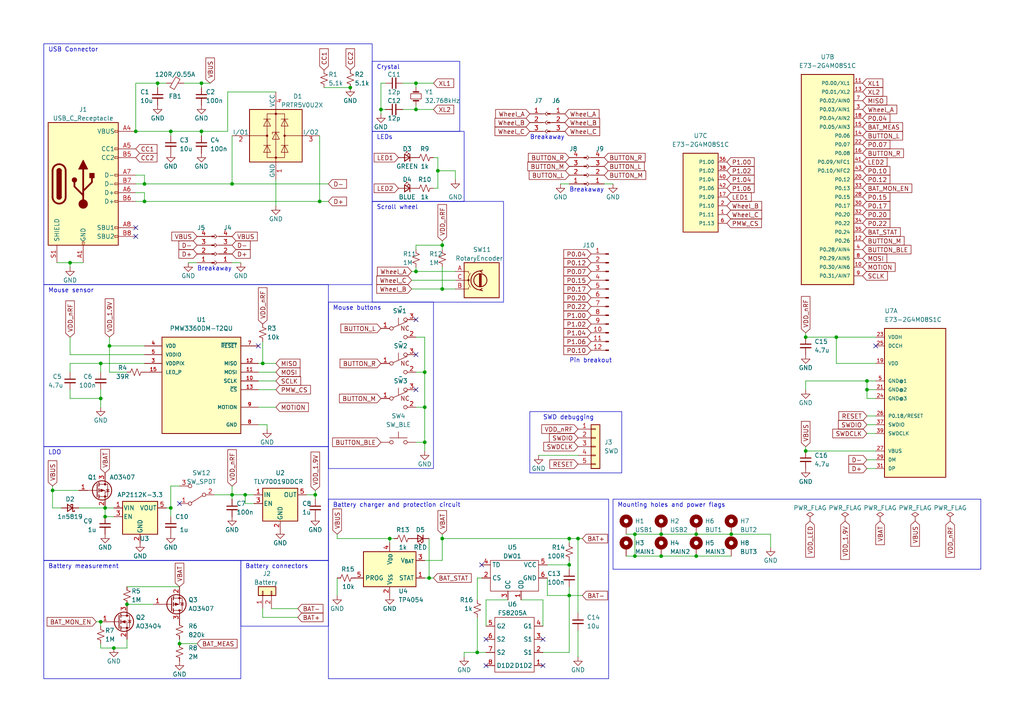
<source format=kicad_sch>
(kicad_sch (version 20230121) (generator eeschema)
  (paper "A4")
  (title_block (title "nrf52mouse") (date "2023-06-03") (rev "1.0"))
  (junction (at 41.91 58.42))
  (junction (at 20.32 76.2))
  (junction (at 30.48 149.86))
  (junction (at 29.21 105.41))
  (junction (at 110.49 31.75))
  (junction (at 191.77 161.29))
  (junction (at 58.42 24.13))
  (junction (at 33.02 187.96))
  (junction (at 184.15 154.94))
  (junction (at 128.27 156.21))
  (junction (at 15.24 142.24))
  (junction (at 92.71 58.42))
  (junction (at 201.93 154.94))
  (junction (at 29.21 115.57))
  (junction (at 67.31 143.51))
  (junction (at 30.48 147.32))
  (junction (at 123.19 128.27))
  (junction (at 184.15 161.29))
  (junction (at 101.6 25.4))
  (junction (at 39.37 38.1))
  (junction (at 251.46 113.03))
  (junction (at 165.1 156.21))
  (junction (at 167.64 156.21))
  (junction (at 138.43 189.23))
  (junction (at 36.83 175.26))
  (junction (at 49.53 38.1))
  (junction (at 123.19 118.11))
  (junction (at 113.03 156.21))
  (junction (at 127 49.53))
  (junction (at 41.91 53.34))
  (junction (at 49.53 147.32))
  (junction (at 52.07 186.69))
  (junction (at 71.12 143.51))
  (junction (at 128.27 83.82))
  (junction (at 251.46 110.49))
  (junction (at 120.65 24.13))
  (junction (at 67.31 53.34))
  (junction (at 191.77 154.94))
  (junction (at 165.1 163.83))
  (junction (at 91.44 143.51))
  (junction (at 128.27 71.12))
  (junction (at 31.75 100.33))
  (junction (at 233.68 130.81))
  (junction (at 242.57 97.79))
  (junction (at 45.72 24.13))
  (junction (at 212.09 154.94))
  (junction (at 124.46 167.64))
  (junction (at 76.2 105.41))
  (junction (at 165.1 172.72))
  (junction (at 120.65 31.75))
  (junction (at 29.21 180.34))
  (junction (at 120.65 78.74))
  (junction (at 233.68 97.79))
  (junction (at 123.19 107.95))
  (junction (at 58.42 38.1))
  (junction (at 201.93 161.29))
  (no_connect (at 74.93 100.33))
  (no_connect (at 140.97 193.04))
  (no_connect (at 120.65 113.03))
  (no_connect (at 157.48 193.04))
  (no_connect (at 120.65 92.71))
  (no_connect (at 139.7 163.83))
  (no_connect (at 157.48 185.42))
  (no_connect (at 39.37 66.04))
  (no_connect (at 254 100.33))
  (no_connect (at 52.07 146.05))
  (no_connect (at 120.65 102.87))
  (no_connect (at 39.37 68.58))
  (no_connect (at 140.97 185.42))
  (wire (pts (xy 66.04 38.1) (xy 66.04 26.67)))
  (wire (pts (xy 39.37 38.1) (xy 49.53 38.1)))
  (wire (pts (xy 67.31 143.51) (xy 67.31 144.78)))
  (wire (pts (xy 251.46 110.49) (xy 251.46 113.03)))
  (wire (pts (xy 33.02 187.96) (xy 36.83 187.96)))
  (wire (pts (xy 74.93 123.19) (xy 77.47 123.19)))
  (wire (pts (xy 201.93 154.94) (xy 212.09 154.94)))
  (wire (pts (xy 77.47 123.19) (xy 77.47 124.46)))
  (wire (pts (xy 120.65 25.4) (xy 120.65 24.13)))
  (wire (pts (xy 120.65 77.47) (xy 120.65 78.74)))
  (wire (pts (xy 120.65 97.79) (xy 123.19 97.79)))
  (wire (pts (xy 184.15 161.29) (xy 191.77 161.29)))
  (wire (pts (xy 233.68 110.49) (xy 251.46 110.49)))
  (wire (pts (xy 120.65 71.12) (xy 128.27 71.12)))
  (wire (pts (xy 242.57 97.79) (xy 254 97.79)))
  (wire (pts (xy 71.12 146.05) (xy 73.66 146.05)))
  (wire (pts (xy 29.21 187.96) (xy 29.21 186.69)))
  (wire (pts (xy 29.21 115.57) (xy 29.21 118.11)))
  (wire (pts (xy 78.74 176.53) (xy 86.36 176.53)))
  (wire (pts (xy 156.21 132.08) (xy 167.64 132.08)))
  (wire (pts (xy 52.07 186.69) (xy 52.07 185.42)))
  (wire (pts (xy 128.27 69.85) (xy 128.27 71.12)))
  (wire (pts (xy 49.53 149.86) (xy 49.53 147.32)))
  (wire (pts (xy 116.84 31.75) (xy 120.65 31.75)))
  (wire (pts (xy 92.71 58.42) (xy 92.71 39.37)))
  (wire (pts (xy 242.57 105.41) (xy 242.57 97.79)))
  (wire (pts (xy 254 130.81) (xy 233.68 130.81)))
  (wire (pts (xy 184.15 154.94) (xy 191.77 154.94)))
  (wire (pts (xy 124.46 156.21) (xy 124.46 167.64)))
  (wire (pts (xy 67.31 53.34) (xy 67.31 39.37)))
  (wire (pts (xy 73.66 143.51) (xy 71.12 143.51)))
  (wire (pts (xy 162.56 53.34) (xy 165.1 53.34)))
  (wire (pts (xy 22.86 147.32) (xy 30.48 147.32)))
  (wire (pts (xy 110.49 24.13) (xy 110.49 31.75)))
  (wire (pts (xy 39.37 24.13) (xy 45.72 24.13)))
  (wire (pts (xy 165.1 172.72) (xy 168.91 172.72)))
  (wire (pts (xy 127 54.61) (xy 125.73 54.61)))
  (wire (pts (xy 120.65 78.74) (xy 132.08 78.74)))
  (wire (pts (xy 30.48 149.86) (xy 33.02 149.86)))
  (wire (pts (xy 31.75 107.95) (xy 31.75 100.33)))
  (wire (pts (xy 49.53 39.37) (xy 49.53 38.1)))
  (wire (pts (xy 58.42 24.13) (xy 58.42 25.4)))
  (wire (pts (xy 36.83 187.96) (xy 36.83 185.42)))
  (wire (pts (xy 120.65 107.95) (xy 123.19 107.95)))
  (wire (pts (xy 58.42 38.1) (xy 58.42 39.37)))
  (wire (pts (xy 181.61 161.29) (xy 184.15 161.29)))
  (wire (pts (xy 223.52 158.75) (xy 223.52 154.94)))
  (wire (pts (xy 165.1 163.83) (xy 158.75 163.83)))
  (wire (pts (xy 80.01 105.41) (xy 76.2 105.41)))
  (wire (pts (xy 80.01 107.95) (xy 74.93 107.95)))
  (wire (pts (xy 165.1 165.1) (xy 165.1 163.83)))
  (wire (pts (xy 134.62 189.23) (xy 134.62 190.5)))
  (wire (pts (xy 110.49 31.75) (xy 111.76 31.75)))
  (wire (pts (xy 165.1 170.18) (xy 165.1 172.72)))
  (wire (pts (xy 120.65 31.75) (xy 125.73 31.75)))
  (wire (pts (xy 16.51 76.2) (xy 20.32 76.2)))
  (wire (pts (xy 254 105.41) (xy 242.57 105.41)))
  (wire (pts (xy 147.32 173.99) (xy 140.97 173.99)))
  (wire (pts (xy 120.65 128.27) (xy 123.19 128.27)))
  (wire (pts (xy 123.19 97.79) (xy 123.19 107.95)))
  (wire (pts (xy 29.21 105.41) (xy 20.32 105.41)))
  (wire (pts (xy 20.32 102.87) (xy 41.91 102.87)))
  (wire (pts (xy 30.48 147.32) (xy 30.48 149.86)))
  (wire (pts (xy 33.02 147.32) (xy 30.48 147.32)))
  (wire (pts (xy 128.27 156.21) (xy 128.27 162.56)))
  (wire (pts (xy 91.44 143.51) (xy 91.44 142.24)))
  (wire (pts (xy 251.46 125.73) (xy 254 125.73)))
  (wire (pts (xy 124.46 167.64) (xy 125.73 167.64)))
  (wire (pts (xy 39.37 50.8) (xy 41.91 50.8)))
  (wire (pts (xy 49.53 38.1) (xy 58.42 38.1)))
  (wire (pts (xy 191.77 161.29) (xy 201.93 161.29)))
  (wire (pts (xy 97.79 167.64) (xy 97.79 172.72)))
  (wire (pts (xy 20.32 113.03) (xy 20.32 115.57)))
  (wire (pts (xy 36.83 175.26) (xy 44.45 175.26)))
  (wire (pts (xy 123.19 107.95) (xy 123.19 118.11)))
  (wire (pts (xy 15.24 142.24) (xy 22.86 142.24)))
  (wire (pts (xy 69.85 76.2) (xy 67.31 76.2)))
  (wire (pts (xy 97.79 154.94) (xy 97.79 156.21)))
  (wire (pts (xy 223.52 154.94) (xy 212.09 154.94)))
  (wire (pts (xy 67.31 143.51) (xy 62.23 143.51)))
  (wire (pts (xy 67.31 140.97) (xy 67.31 143.51)))
  (wire (pts (xy 120.65 24.13) (xy 125.73 24.13)))
  (wire (pts (xy 165.1 172.72) (xy 165.1 189.23)))
  (wire (pts (xy 71.12 143.51) (xy 71.12 146.05)))
  (wire (pts (xy 76.2 176.53) (xy 76.2 179.07)))
  (wire (pts (xy 184.15 154.94) (xy 184.15 161.29)))
  (wire (pts (xy 138.43 167.64) (xy 138.43 173.99)))
  (wire (pts (xy 33.02 187.96) (xy 29.21 187.96)))
  (wire (pts (xy 123.19 130.81) (xy 123.19 128.27)))
  (wire (pts (xy 128.27 156.21) (xy 165.1 156.21)))
  (wire (pts (xy 31.75 100.33) (xy 41.91 100.33)))
  (wire (pts (xy 119.38 83.82) (xy 128.27 83.82)))
  (wire (pts (xy 29.21 105.41) (xy 41.91 105.41)))
  (wire (pts (xy 110.49 31.75) (xy 110.49 33.02)))
  (wire (pts (xy 123.19 118.11) (xy 120.65 118.11)))
  (wire (pts (xy 113.03 156.21) (xy 113.03 157.48)))
  (wire (pts (xy 119.38 81.28) (xy 132.08 81.28)))
  (wire (pts (xy 177.8 53.34) (xy 175.26 53.34)))
  (wire (pts (xy 119.38 78.74) (xy 120.65 78.74)))
  (wire (pts (xy 165.1 162.56) (xy 165.1 163.83)))
  (wire (pts (xy 36.83 170.18) (xy 52.07 170.18)))
  (wire (pts (xy 45.72 24.13) (xy 48.26 24.13)))
  (wire (pts (xy 58.42 38.1) (xy 66.04 38.1)))
  (wire (pts (xy 20.32 105.41) (xy 20.32 107.95)))
  (wire (pts (xy 158.75 172.72) (xy 165.1 172.72)))
  (wire (pts (xy 201.93 161.29) (xy 212.09 161.29)))
  (wire (pts (xy 49.53 140.97) (xy 49.53 147.32)))
  (wire (pts (xy 138.43 189.23) (xy 140.97 189.23)))
  (wire (pts (xy 251.46 123.19) (xy 254 123.19)))
  (wire (pts (xy 165.1 156.21) (xy 167.64 156.21)))
  (wire (pts (xy 29.21 113.03) (xy 29.21 115.57)))
  (wire (pts (xy 97.79 156.21) (xy 113.03 156.21)))
  (wire (pts (xy 76.2 179.07) (xy 86.36 179.07)))
  (wire (pts (xy 15.24 140.97) (xy 15.24 142.24)))
  (wire (pts (xy 29.21 105.41) (xy 29.21 107.95)))
  (wire (pts (xy 67.31 53.34) (xy 95.25 53.34)))
  (wire (pts (xy 20.32 97.79) (xy 20.32 102.87)))
  (wire (pts (xy 251.46 135.89) (xy 254 135.89)))
  (wire (pts (xy 39.37 58.42) (xy 41.91 58.42)))
  (wire (pts (xy 41.91 53.34) (xy 67.31 53.34)))
  (wire (pts (xy 31.75 97.79) (xy 31.75 100.33)))
  (wire (pts (xy 49.53 140.97) (xy 52.07 140.97)))
  (wire (pts (xy 138.43 179.07) (xy 138.43 189.23)))
  (wire (pts (xy 123.19 128.27) (xy 123.19 118.11)))
  (wire (pts (xy 128.27 77.47) (xy 128.27 83.82)))
  (wire (pts (xy 167.64 182.88) (xy 167.64 190.5)))
  (wire (pts (xy 251.46 120.65) (xy 254 120.65)))
  (wire (pts (xy 93.98 25.4) (xy 101.6 25.4)))
  (wire (pts (xy 251.46 113.03) (xy 251.46 115.57)))
  (wire (pts (xy 128.27 154.94) (xy 128.27 156.21)))
  (wire (pts (xy 158.75 167.64) (xy 158.75 172.72)))
  (wire (pts (xy 111.76 24.13) (xy 110.49 24.13)))
  (wire (pts (xy 127 49.53) (xy 127 54.61)))
  (wire (pts (xy 138.43 167.64) (xy 139.7 167.64)))
  (wire (pts (xy 41.91 55.88) (xy 41.91 58.42)))
  (wire (pts (xy 251.46 115.57) (xy 254 115.57)))
  (wire (pts (xy 54.61 76.2) (xy 57.15 76.2)))
  (wire (pts (xy 233.68 129.54) (xy 233.68 130.81)))
  (wire (pts (xy 167.64 156.21) (xy 167.64 177.8)))
  (wire (pts (xy 254 110.49) (xy 251.46 110.49)))
  (wire (pts (xy 49.53 147.32) (xy 48.26 147.32)))
  (wire (pts (xy 128.27 71.12) (xy 128.27 72.39)))
  (wire (pts (xy 92.71 58.42) (xy 95.25 58.42)))
  (wire (pts (xy 80.01 52.07) (xy 80.01 59.69)))
  (wire (pts (xy 67.31 143.51) (xy 71.12 143.51)))
  (wire (pts (xy 57.15 186.69) (xy 52.07 186.69)))
  (wire (pts (xy 41.91 50.8) (xy 41.91 53.34)))
  (wire (pts (xy 20.32 115.57) (xy 29.21 115.57)))
  (wire (pts (xy 251.46 133.35) (xy 254 133.35)))
  (wire (pts (xy 39.37 55.88) (xy 41.91 55.88)))
  (wire (pts (xy 20.32 76.2) (xy 24.13 76.2)))
  (wire (pts (xy 39.37 24.13) (xy 39.37 38.1)))
  (wire (pts (xy 167.64 156.21) (xy 168.91 156.21)))
  (wire (pts (xy 140.97 173.99) (xy 140.97 181.61)))
  (wire (pts (xy 127 49.53) (xy 132.08 49.53)))
  (wire (pts (xy 91.44 143.51) (xy 91.44 144.78)))
  (wire (pts (xy 88.9 143.51) (xy 91.44 143.51)))
  (wire (pts (xy 127 45.72) (xy 127 49.53)))
  (wire (pts (xy 138.43 189.23) (xy 134.62 189.23)))
  (wire (pts (xy 132.08 49.53) (xy 132.08 52.07)))
  (wire (pts (xy 29.21 180.34) (xy 27.94 180.34)))
  (wire (pts (xy 45.72 24.13) (xy 45.72 25.4)))
  (wire (pts (xy 113.03 156.21) (xy 114.3 156.21)))
  (wire (pts (xy 124.46 167.64) (xy 123.19 167.64)))
  (wire (pts (xy 181.61 154.94) (xy 184.15 154.94)))
  (wire (pts (xy 242.57 97.79) (xy 233.68 97.79)))
  (wire (pts (xy 76.2 99.06) (xy 76.2 105.41)))
  (wire (pts (xy 233.68 96.52) (xy 233.68 97.79)))
  (wire (pts (xy 36.83 107.95) (xy 31.75 107.95)))
  (wire (pts (xy 165.1 189.23) (xy 157.48 189.23)))
  (wire (pts (xy 151.13 173.99) (xy 157.48 173.99)))
  (wire (pts (xy 191.77 154.94) (xy 201.93 154.94)))
  (wire (pts (xy 125.73 45.72) (xy 127 45.72)))
  (wire (pts (xy 80.01 118.11) (xy 74.93 118.11)))
  (wire (pts (xy 29.21 180.34) (xy 29.21 181.61)))
  (wire (pts (xy 233.68 110.49) (xy 233.68 113.03)))
  (wire (pts (xy 128.27 83.82) (xy 132.08 83.82)))
  (wire (pts (xy 120.65 30.48) (xy 120.65 31.75)))
  (wire (pts (xy 53.34 24.13) (xy 58.42 24.13)))
  (wire (pts (xy 157.48 173.99) (xy 157.48 181.61)))
  (wire (pts (xy 58.42 24.13) (xy 60.96 24.13)))
  (wire (pts (xy 15.24 147.32) (xy 17.78 147.32)))
  (wire (pts (xy 80.01 110.49) (xy 74.93 110.49)))
  (wire (pts (xy 20.32 76.2) (xy 20.32 77.47)))
  (wire (pts (xy 116.84 24.13) (xy 120.65 24.13)))
  (wire (pts (xy 251.46 113.03) (xy 254 113.03)))
  (wire (pts (xy 165.1 157.48) (xy 165.1 156.21)))
  (wire (pts (xy 120.65 72.39) (xy 120.65 71.12)))
  (wire (pts (xy 41.91 58.42) (xy 92.71 58.42)))
  (wire (pts (xy 76.2 105.41) (xy 74.93 105.41)))
  (wire (pts (xy 15.24 142.24) (xy 15.24 147.32)))
  (wire (pts (xy 66.04 26.67) (xy 80.01 26.67)))
  (wire (pts (xy 123.19 162.56) (xy 128.27 162.56)))
  (wire (pts (xy 39.37 53.34) (xy 41.91 53.34)))
  (wire (pts (xy 80.01 113.03) (xy 74.93 113.03)))
  (rectangle (start 95.25 144.78) (end 176.53 196.85))
  (rectangle (start 107.95 38.1) (end 134.62 58.42))
  (rectangle (start 12.7 162.56) (end 69.85 196.85))
  (rectangle (start 12.7 12.7) (end 107.95 82.55))
  (rectangle (start 95.25 87.63) (end 125.73 135.89))
  (rectangle (start 12.7 129.54) (end 95.25 162.56))
  (rectangle (start 12.7 82.55) (end 95.25 129.54))
  (rectangle (start 107.95 58.42) (end 146.05 87.63))
  (rectangle (start 107.95 17.78) (end 133.35 38.1))
  (rectangle (start 69.85 162.56) (end 95.25 181.61))
  (rectangle (start 177.8 144.78) (end 284.48 165.1))
  (rectangle (start 153.67 119.38) (end 180.34 137.16))
  (text "LDO\n" (at 13.97 132.08 0) (effects (font (size 1.27 1.27)) (justify left bottom)))
  (text "Crystal\n" (at 109.22 20.32 0) (effects (font (size 1.27 1.27)) (justify left bottom)))
  (text "USB Connector" (at 13.97 15.24 0) (effects (font (size 1.27 1.27)) (justify left bottom)))
  (text "LEDs\n" (at 109.22 40.64 0) (effects (font (size 1.27 1.27)) (justify left bottom)))
  (text "Battery connectors\n" (at 71.12 165.1 0) (effects (font (size 1.27 1.27)) (justify left bottom)))
  (text "Mouse sensor" (at 13.97 85.09 0) (effects (font (size 1.27 1.27)) (justify left bottom)))
  (text "Breakaway" (at 153.67 40.64 0) (effects (font (size 1.27 1.27)) (justify left bottom)))
  (text "Mounting holes and power flags\n" (at 179.07 147.32 0) (effects (font (size 1.27 1.27)) (justify left bottom)))
  (text "Breakaway" (at 57.15 78.74 0) (effects (font (size 1.27 1.27)) (justify left bottom)))
  (text "Pin breakout\n" (at 165.1 105.41 0) (effects (font (size 1.27 1.27)) (justify left bottom)))
  (text "SWD debugging" (at 157.48 121.92 0) (effects (font (size 1.27 1.27)) (justify left bottom)))
  (text "Battery charger and protection circuit" (at 96.52 147.32 0) (effects (font (size 1.27 1.27)) (justify left bottom)))
  (text "Scroll wheel" (at 109.22 60.96 0) (effects (font (size 1.27 1.27)) (justify left bottom)))
  (text "Battery measurement" (at 13.97 165.1 0) (effects (font (size 1.27 1.27)) (justify left bottom)))
  (text "Mouse buttons" (at 96.52 90.17 0) (effects (font (size 1.27 1.27)) (justify left bottom)))
  (text "Breakaway" (at 165.1 55.88 0) (effects (font (size 1.27 1.27)) (justify left bottom)))
  (global_label "VBAT" (shape input) (at 52.07 170.18 90) (property "Intersheetrefs" "${INTERSHEET_REFS}" (effects hide)))
  (global_label "P1.00" (shape input) (at 171.45 91.44 180) (property "Intersheetrefs" "${INTERSHEET_REFS}" (effects hide)))
  (global_label "PMW_CS" (shape input) (at 210.82 64.77 0) (property "Intersheetrefs" "${INTERSHEET_REFS}" (effects hide)))
  (global_label "BUTTON_R" (shape input) (at 175.26 45.72 0) (property "Intersheetrefs" "${INTERSHEET_REFS}" (effects hide)))
  (global_label "BUTTON_L" (shape input) (at 250.19 39.37 0) (property "Intersheetrefs" "${INTERSHEET_REFS}" (effects hide)))
  (global_label "SWDCLK" (shape input) (at 167.64 129.54 180) (property "Intersheetrefs" "${INTERSHEET_REFS}" (effects hide)))
  (global_label "VBAT" (shape input) (at 128.27 154.94 90) (property "Intersheetrefs" "${INTERSHEET_REFS}" (effects hide)))
  (global_label "LED1" (shape input) (at 115.57 45.72 180) (property "Intersheetrefs" "${INTERSHEET_REFS}" (effects hide)))
  (global_label "BUTTON_BLE" (shape input) (at 110.49 128.27 180) (property "Intersheetrefs" "${INTERSHEET_REFS}" (effects hide)))
  (global_label "Wheel_C" (shape input) (at 163.83 38.1 0) (property "Intersheetrefs" "${INTERSHEET_REFS}" (effects hide)))
  (global_label "BAT_STAT" (shape input) (at 125.73 167.64 0) (property "Intersheetrefs" "${INTERSHEET_REFS}" (effects hide)))
  (global_label "CC2" (shape input) (at 39.37 45.72 0) (property "Intersheetrefs" "${INTERSHEET_REFS}" (effects hide)))
  (global_label "RESET" (shape input) (at 167.64 134.62 180) (property "Intersheetrefs" "${INTERSHEET_REFS}" (effects hide)))
  (global_label "XL2" (shape input) (at 250.19 26.67 0) (property "Intersheetrefs" "${INTERSHEET_REFS}" (effects hide)))
  (global_label "Wheel_C" (shape input) (at 153.67 38.1 180) (property "Intersheetrefs" "${INTERSHEET_REFS}" (effects hide)))
  (global_label "VDD_nRF" (shape input) (at 67.31 140.97 90) (property "Intersheetrefs" "${INTERSHEET_REFS}" (effects hide)))
  (global_label "Wheel_B" (shape input) (at 119.38 83.82 180) (property "Intersheetrefs" "${INTERSHEET_REFS}" (effects hide)))
  (global_label "P1.04" (shape input) (at 171.45 96.52 180) (property "Intersheetrefs" "${INTERSHEET_REFS}" (effects hide)))
  (global_label "BUTTON_L" (shape input) (at 110.49 95.25 180) (property "Intersheetrefs" "${INTERSHEET_REFS}" (effects hide)))
  (global_label "SWDIO" (shape input) (at 167.64 127 180) (property "Intersheetrefs" "${INTERSHEET_REFS}" (effects hide)))
  (global_label "Wheel_B" (shape input) (at 153.67 35.56 180) (property "Intersheetrefs" "${INTERSHEET_REFS}" (effects hide)))
  (global_label "P1.06" (shape input) (at 171.45 99.06 180) (property "Intersheetrefs" "${INTERSHEET_REFS}" (effects hide)))
  (global_label "Wheel_B" (shape input) (at 163.83 35.56 0) (property "Intersheetrefs" "${INTERSHEET_REFS}" (effects hide)))
  (global_label "XL1" (shape input) (at 250.19 24.13 0) (property "Intersheetrefs" "${INTERSHEET_REFS}" (effects hide)))
  (global_label "CC1" (shape input) (at 93.98 20.32 90) (property "Intersheetrefs" "${INTERSHEET_REFS}" (effects hide)))
  (global_label "P0.15" (shape input) (at 171.45 81.28 180) (property "Intersheetrefs" "${INTERSHEET_REFS}" (effects hide)))
  (global_label "BUTTON_R" (shape input) (at 110.49 105.41 180) (property "Intersheetrefs" "${INTERSHEET_REFS}" (effects hide)))
  (global_label "BUTTON_R" (shape input) (at 250.19 44.45 0) (property "Intersheetrefs" "${INTERSHEET_REFS}" (effects hide)))
  (global_label "BAT+" (shape input) (at 168.91 156.21 0) (property "Intersheetrefs" "${INTERSHEET_REFS}" (effects hide)))
  (global_label "P0.22" (shape input) (at 171.45 88.9 180) (property "Intersheetrefs" "${INTERSHEET_REFS}" (effects hide)))
  (global_label "VDD_1.9V" (shape input) (at 91.44 142.24 90) (property "Intersheetrefs" "${INTERSHEET_REFS}" (effects hide)))
  (global_label "BUTTON_L" (shape input) (at 175.26 48.26 0) (property "Intersheetrefs" "${INTERSHEET_REFS}" (effects hide)))
  (global_label "D-" (shape input) (at 57.15 71.12 180) (property "Intersheetrefs" "${INTERSHEET_REFS}" (effects hide)))
  (global_label "VDD_nRF" (shape input) (at 128.27 69.85 90) (property "Intersheetrefs" "${INTERSHEET_REFS}" (effects hide)))
  (global_label "BAT_MON_EN" (shape input) (at 27.94 180.34 180) (property "Intersheetrefs" "${INTERSHEET_REFS}" (effects hide)))
  (global_label "MISO" (shape input) (at 250.19 29.21 0) (property "Intersheetrefs" "${INTERSHEET_REFS}" (effects hide)))
  (global_label "VDD_nRF" (shape input) (at 233.68 96.52 90) (property "Intersheetrefs" "${INTERSHEET_REFS}" (effects hide)))
  (global_label "MOSI" (shape input) (at 250.19 74.93 0) (property "Intersheetrefs" "${INTERSHEET_REFS}" (effects hide)))
  (global_label "XL1" (shape input) (at 125.73 24.13 0) (property "Intersheetrefs" "${INTERSHEET_REFS}" (effects hide)))
  (global_label "MOTION" (shape input) (at 80.01 118.11 0) (property "Intersheetrefs" "${INTERSHEET_REFS}" (effects hide)))
  (global_label "P0.20" (shape input) (at 250.19 62.23 0) (property "Intersheetrefs" "${INTERSHEET_REFS}" (effects hide)))
  (global_label "VDD_nRF" (shape input) (at 275.59 151.13 270) (property "Intersheetrefs" "${INTERSHEET_REFS}" (effects hide)))
  (global_label "BAT-" (shape input) (at 86.36 176.53 0) (property "Intersheetrefs" "${INTERSHEET_REFS}" (effects hide)))
  (global_label "P1.04" (shape input) (at 210.82 52.07 0) (property "Intersheetrefs" "${INTERSHEET_REFS}" (effects hide)))
  (global_label "Wheel_A" (shape input) (at 119.38 78.74 180) (property "Intersheetrefs" "${INTERSHEET_REFS}" (effects hide)))
  (global_label "P0.04" (shape input) (at 250.19 34.29 0) (property "Intersheetrefs" "${INTERSHEET_REFS}" (effects hide)))
  (global_label "SWDIO" (shape input) (at 251.46 123.19 180) (property "Intersheetrefs" "${INTERSHEET_REFS}" (effects hide)))
  (global_label "VDD_nRF" (shape input) (at 76.2 93.98 90) (property "Intersheetrefs" "${INTERSHEET_REFS}" (effects hide)))
  (global_label "BAT+" (shape input) (at 86.36 179.07 0) (property "Intersheetrefs" "${INTERSHEET_REFS}" (effects hide)))
  (global_label "MISO" (shape input) (at 80.01 105.41 0) (property "Intersheetrefs" "${INTERSHEET_REFS}" (effects hide)))
  (global_label "Wheel_A" (shape input) (at 163.83 33.02 0) (property "Intersheetrefs" "${INTERSHEET_REFS}" (effects hide)))
  (global_label "BAT_MON_EN" (shape input) (at 250.19 54.61 0) (property "Intersheetrefs" "${INTERSHEET_REFS}" (effects hide)))
  (global_label "P0.17" (shape input) (at 171.45 83.82 180) (property "Intersheetrefs" "${INTERSHEET_REFS}" (effects hide)))
  (global_label "P1.06" (shape input) (at 210.82 54.61 0) (property "Intersheetrefs" "${INTERSHEET_REFS}" (effects hide)))
  (global_label "LED2" (shape input) (at 115.57 54.61 180) (property "Intersheetrefs" "${INTERSHEET_REFS}" (effects hide)))
  (global_label "VBAT" (shape input) (at 255.27 151.13 270) (property "Intersheetrefs" "${INTERSHEET_REFS}" (effects hide)))
  (global_label "BUTTON_M" (shape input) (at 165.1 48.26 180) (property "Intersheetrefs" "${INTERSHEET_REFS}" (effects hide)))
  (global_label "BAT_STAT" (shape input) (at 250.19 67.31 0) (property "Intersheetrefs" "${INTERSHEET_REFS}" (effects hide)))
  (global_label "VDD_1.9V" (shape input) (at 31.75 97.79 90) (property "Intersheetrefs" "${INTERSHEET_REFS}" (effects hide)))
  (global_label "Wheel_C" (shape input) (at 119.38 81.28 180) (property "Intersheetrefs" "${INTERSHEET_REFS}" (effects hide)))
  (global_label "P0.17" (shape input) (at 250.19 59.69 0) (property "Intersheetrefs" "${INTERSHEET_REFS}" (effects hide)))
  (global_label "P1.02" (shape input) (at 171.45 93.98 180) (property "Intersheetrefs" "${INTERSHEET_REFS}" (effects hide)))
  (global_label "BUTTON_BLE" (shape input) (at 250.19 72.39 0) (property "Intersheetrefs" "${INTERSHEET_REFS}" (effects hide)))
  (global_label "LED1" (shape input) (at 210.82 57.15 0) (property "Intersheetrefs" "${INTERSHEET_REFS}" (effects hide)))
  (global_label "VBUS" (shape input) (at 265.43 151.13 270) (property "Intersheetrefs" "${INTERSHEET_REFS}" (effects hide)))
  (global_label "P1.02" (shape input) (at 210.82 49.53 0) (property "Intersheetrefs" "${INTERSHEET_REFS}" (effects hide)))
  (global_label "SCLK" (shape input) (at 250.19 80.01 0) (property "Intersheetrefs" "${INTERSHEET_REFS}" (effects hide)))
  (global_label "P0.12" (shape input) (at 171.45 76.2 180) (property "Intersheetrefs" "${INTERSHEET_REFS}" (effects hide)))
  (global_label "PMW_CS" (shape input) (at 80.01 113.03 0) (property "Intersheetrefs" "${INTERSHEET_REFS}" (effects hide)))
  (global_label "P0.07" (shape input) (at 171.45 78.74 180) (property "Intersheetrefs" "${INTERSHEET_REFS}" (effects hide)))
  (global_label "BUTTON_M" (shape input) (at 110.49 115.57 180) (property "Intersheetrefs" "${INTERSHEET_REFS}" (effects hide)))
  (global_label "D+" (shape input) (at 67.31 73.66 0) (property "Intersheetrefs" "${INTERSHEET_REFS}" (effects hide)))
  (global_label "BAT-" (shape input) (at 168.91 172.72 0) (property "Intersheetrefs" "${INTERSHEET_REFS}" (effects hide)))
  (global_label "P0.12" (shape input) (at 250.19 52.07 0) (property "Intersheetrefs" "${INTERSHEET_REFS}" (effects hide)))
  (global_label "VDD_nRF" (shape input) (at 167.64 124.46 180) (property "Intersheetrefs" "${INTERSHEET_REFS}" (effects hide)))
  (global_label "P0.10" (shape input) (at 171.45 101.6 180) (property "Intersheetrefs" "${INTERSHEET_REFS}" (effects hide)))
  (global_label "BAT_MEAS" (shape input) (at 250.19 36.83 0) (property "Intersheetrefs" "${INTERSHEET_REFS}" (effects hide)))
  (global_label "BUTTON_R" (shape input) (at 165.1 45.72 180) (property "Intersheetrefs" "${INTERSHEET_REFS}" (effects hide)))
  (global_label "D-" (shape input) (at 251.46 133.35 180) (property "Intersheetrefs" "${INTERSHEET_REFS}" (effects hide)))
  (global_label "D+" (shape input) (at 95.25 58.42 0) (property "Intersheetrefs" "${INTERSHEET_REFS}" (effects hide)))
  (global_label "XL2" (shape input) (at 125.73 31.75 0) (property "Intersheetrefs" "${INTERSHEET_REFS}" (effects hide)))
  (global_label "P0.04" (shape input) (at 171.45 73.66 180) (property "Intersheetrefs" "${INTERSHEET_REFS}" (effects hide)))
  (global_label "D-" (shape input) (at 67.31 71.12 0) (property "Intersheetrefs" "${INTERSHEET_REFS}" (effects hide)))
  (global_label "VBUS" (shape input) (at 233.68 129.54 90) (property "Intersheetrefs" "${INTERSHEET_REFS}" (effects hide)))
  (global_label "VBUS" (shape input) (at 57.15 68.58 180) (property "Intersheetrefs" "${INTERSHEET_REFS}" (effects hide)))
  (global_label "VBUS" (shape input) (at 60.96 24.13 90) (property "Intersheetrefs" "${INTERSHEET_REFS}" (effects hide)))
  (global_label "D+" (shape input) (at 251.46 135.89 180) (property "Intersheetrefs" "${INTERSHEET_REFS}" (effects hide)))
  (global_label "CC2" (shape input) (at 101.6 20.32 90) (property "Intersheetrefs" "${INTERSHEET_REFS}" (effects hide)))
  (global_label "D+" (shape input) (at 57.15 73.66 180) (property "Intersheetrefs" "${INTERSHEET_REFS}" (effects hide)))
  (global_label "P0.10" (shape input) (at 250.19 49.53 0) (property "Intersheetrefs" "${INTERSHEET_REFS}" (effects hide)))
  (global_label "SCLK" (shape input) (at 80.01 110.49 0) (property "Intersheetrefs" "${INTERSHEET_REFS}" (effects hide)))
  (global_label "P0.15" (shape input) (at 250.19 57.15 0) (property "Intersheetrefs" "${INTERSHEET_REFS}" (effects hide)))
  (global_label "BUTTON_M" (shape input) (at 175.26 50.8 0) (property "Intersheetrefs" "${INTERSHEET_REFS}" (effects hide)))
  (global_label "CC1" (shape input) (at 39.37 43.18 0) (property "Intersheetrefs" "${INTERSHEET_REFS}" (effects hide)))
  (global_label "Wheel_A" (shape input) (at 250.19 31.75 0) (property "Intersheetrefs" "${INTERSHEET_REFS}" (effects hide)))
  (global_label "VDD_LED" (shape input) (at 234.95 151.13 270) (property "Intersheetrefs" "${INTERSHEET_REFS}" (effects hide)))
  (global_label "VBAT" (shape input) (at 30.48 137.16 90) (property "Intersheetrefs" "${INTERSHEET_REFS}" (effects hide)))
  (global_label "MOSI" (shape input) (at 80.01 107.95 0) (property "Intersheetrefs" "${INTERSHEET_REFS}" (effects hide)))
  (global_label "BUTTON_M" (shape input) (at 250.19 69.85 0) (property "Intersheetrefs" "${INTERSHEET_REFS}" (effects hide)))
  (global_label "D-" (shape input) (at 95.25 53.34 0) (property "Intersheetrefs" "${INTERSHEET_REFS}" (effects hide)))
  (global_label "P0.20" (shape input) (at 171.45 86.36 180) (property "Intersheetrefs" "${INTERSHEET_REFS}" (effects hide)))
  (global_label "P0.22" (shape input) (at 250.19 64.77 0) (property "Intersheetrefs" "${INTERSHEET_REFS}" (effects hide)))
  (global_label "Wheel_C" (shape input) (at 210.82 62.23 0) (property "Intersheetrefs" "${INTERSHEET_REFS}" (effects hide)))
  (global_label "BAT_MEAS" (shape input) (at 57.15 186.69 0) (property "Intersheetrefs" "${INTERSHEET_REFS}" (effects hide)))
  (global_label "VBUS" (shape input) (at 67.31 68.58 0) (property "Intersheetrefs" "${INTERSHEET_REFS}" (effects hide)))
  (global_label "VDD_nRF" (shape input) (at 20.32 97.79 90) (property "Intersheetrefs" "${INTERSHEET_REFS}" (effects hide)))
  (global_label "Wheel_A" (shape input) (at 153.67 33.02 180) (property "Intersheetrefs" "${INTERSHEET_REFS}" (effects hide)))
  (global_label "P0.07" (shape input) (at 250.19 41.91 0) (property "Intersheetrefs" "${INTERSHEET_REFS}" (effects hide)))
  (global_label "SWDCLK" (shape input) (at 251.46 125.73 180) (property "Intersheetrefs" "${INTERSHEET_REFS}" (effects hide)))
  (global_label "VBUS" (shape input) (at 97.79 154.94 90) (property "Intersheetrefs" "${INTERSHEET_REFS}" (effects hide)))
  (global_label "RESET" (shape input) (at 251.46 120.65 180) (property "Intersheetrefs" "${INTERSHEET_REFS}" (effects hide)))
  (global_label "LED2" (shape input) (at 250.19 46.99 0) (property "Intersheetrefs" "${INTERSHEET_REFS}" (effects hide)))
  (global_label "Wheel_B" (shape input) (at 210.82 59.69 0) (property "Intersheetrefs" "${INTERSHEET_REFS}" (effects hide)))
  (global_label "VBUS" (shape input) (at 15.24 140.97 90) (property "Intersheetrefs" "${INTERSHEET_REFS}" (effects hide)))
  (global_label "MOTION" (shape input) (at 250.19 77.47 0) (property "Intersheetrefs" "${INTERSHEET_REFS}" (effects hide)))
  (global_label "P1.00" (shape input) (at 210.82 46.99 0) (property "Intersheetrefs" "${INTERSHEET_REFS}" (effects hide)))
  (global_label "VDD_1.9V" (shape input) (at 245.11 151.13 270) (property "Intersheetrefs" "${INTERSHEET_REFS}" (effects hide)))
  (global_label "BUTTON_L" (shape input) (at 165.1 50.8 180) (property "Intersheetrefs" "${INTERSHEET_REFS}" (effects hide)))
  (symbol (lib_id "Device:C_Small") (at 30.48 152.4 0) (unit 1)
    (property "Reference" "C9" (at 24.13 151.13 0) (effects (justify left)))
    (property "Value" "1u" (at 25.4 153.67 0) (effects (justify left)))
    (property "Footprint" "Capacitor_SMD:C_0603_1608Metric_Pad1.08x0.95mm_HandSolder" (effects hide))
  )
  (symbol (lib_name "Mouse_Switch_1") (lib_id "Mouse_Switch:Mouse_Switch") (at 116.205 99.06 0) (unit 1)
    (property "Reference" "SW2" (at 116.205 100.33 0))
    (property "Value" "~" (at 116.205 99.06 0))
    (property "Footprint" "Mouse_Switch:Mouse_Switch" (effects hide))
  )
  (symbol (lib_id "Connector:Conn_01x04_Pin") (at 62.23 73.66 180) (unit 1)
    (property "Reference" "J5" (at 57.15 66.04 0) (effects (justify right)))
    (property "Value" "Conn_01x04_Pin" (effects hide))
    (property "Footprint" "Connector_PinHeader_2.54mm:PinHeader_1x04_P2.54mm_Vertical" (effects hide))
  )
  (symbol (lib_id "Regulator_Linear:TLV70019_SOT23-5") (at 81.28 146.05 0) (unit 1)
    (property "Reference" "U2" (at 81.28 137.16 0))
    (property "Value" "TLV70019DDCR " (at 81.28 139.7 0))
    (property "Footprint" "Package_TO_SOT_SMD:SOT-23-5" (effects hide))
    (property "Datasheet" "http://www.ti.com/lit/ds/symlink/tlv700.pdf" (effects hide))
  )
  (symbol (lib_id "power:PWR_FLAG") (at 255.27 151.13 0) (unit 1)
    (property "Reference" "#FLG0104" (effects hide))
    (property "Value" "PWR_FLAG" (at 255.27 147.32 0))
  )
  (symbol (lib_id "Connector:Conn_01x04_Socket") (at 62.23 73.66 180) (unit 1)
    (property "Reference" "J4" (at 66.04 66.04 0))
    (property "Value" "Conn_01x04_Socket" (effects hide))
    (property "Footprint" "Connector_PinHeader_2.54mm:PinHeader_1x04_P2.54mm_Vertical" (effects hide))
  )
  (symbol (lib_id "power:GND") (at 177.8 53.34 0) (mirror y) (unit 1)
    (property "Reference" "#PWR06" (effects hide))
    (property "Value" "GND" (at 177.8 57.15 0))
  )
  (symbol (lib_id "Device:R_Small_US") (at 123.19 45.72 270) (unit 1)
    (property "Reference" "R9" (at 123.19 43.18 90))
    (property "Value" "1k" (at 123.19 48.26 90))
    (property "Footprint" "Resistor_SMD:R_0603_1608Metric_Pad0.98x0.95mm_HandSolder" (effects hide))
  )
  (symbol (lib_id "power:GND") (at 30.48 154.94 0) (unit 1)
    (property "Reference" "#PWR0115" (effects hide))
    (property "Value" "GND" (at 30.48 158.75 0))
  )
  (symbol (lib_id "power:GND") (at 58.42 30.48 0) (unit 1)
    (property "Reference" "#PWR0104" (effects hide))
    (property "Value" "GND" (at 58.42 34.29 0))
  )
  (symbol (lib_id "power:GND") (at 167.64 190.5 0) (unit 1)
    (property "Reference" "#PWR0107" (effects hide))
    (property "Value" "GND" (at 167.64 194.31 0))
  )
  (symbol (lib_id "power:GND") (at 29.21 118.11 0) (unit 1)
    (property "Reference" "#PWR0122" (effects hide))
    (property "Value" "GND" (at 29.21 121.92 0))
  )
  (symbol (lib_id "Device:FerriteBead_Small") (at 50.8 24.13 90) (unit 1)
    (property "Reference" "FB1" (at 50.8 27.94 90))
    (property "Value" "120R/0.55A" (at 50.8 21.59 90))
    (property "Footprint" "Inductor_SMD:L_0805_2012Metric_Pad1.05x1.20mm_HandSolder" (effects hide))
  )
  (symbol (lib_id "Connector:Conn_01x04_Pin") (at 170.18 50.8 180) (unit 1)
    (property "Reference" "J8" (at 165.1 43.18 0) (effects (justify right)))
    (property "Value" "Conn_01x04_Pin" (effects hide))
    (property "Footprint" "Connector_PinHeader_2.54mm:PinHeader_2x02_P2.54mm_Vertical" (effects hide))
  )
  (symbol (lib_id "power:GND") (at 223.52 158.75 0) (unit 1)
    (property "Reference" "#PWR07" (effects hide))
    (property "Value" "GND" (at 223.52 162.56 0))
  )
  (symbol (lib_id "Connector:Conn_01x03_Pin") (at 158.75 35.56 0) (unit 1)
    (property "Reference" "J6" (at 161.29 29.21 0))
    (property "Value" "Conn_01x03_Pin" (effects hide))
    (property "Footprint" "Connector_PinHeader_2.54mm:PinHeader_1x03_P2.54mm_Vertical" (effects hide))
  )
  (symbol (lib_id "Device:R_Small_US") (at 52.07 189.23 0) (unit 1)
    (property "Reference" "R8" (at 54.61 187.96 0) (effects (justify left)))
    (property "Value" "2M" (at 54.61 190.5 0) (effects (justify left)))
    (property "Footprint" "Resistor_SMD:R_0603_1608Metric_Pad0.98x0.95mm_HandSolder" (effects hide))
  )
  (symbol (lib_id "Device:R_Small_US") (at 93.98 22.86 0) (unit 1)
    (property "Reference" "R1" (at 95.25 21.59 0) (effects (justify left)))
    (property "Value" "5.1k" (at 95.25 24.13 0) (effects (justify left)))
    (property "Footprint" "Resistor_SMD:R_0603_1608Metric_Pad0.98x0.95mm_HandSolder" (effects hide))
  )
  (symbol (lib_id "power:GND") (at 52.07 191.77 0) (unit 1)
    (property "Reference" "#PWR0114" (effects hide))
    (property "Value" "GND" (at 52.07 195.58 0))
  )
  (symbol (lib_id "Device:R_Small_US") (at 29.21 184.15 0) (unit 1)
    (property "Reference" "R7" (at 30.48 182.88 0) (effects (justify left)))
    (property "Value" "1M" (at 30.48 185.42 0) (effects (justify left)))
    (property "Footprint" "Resistor_SMD:R_0603_1608Metric_Pad0.98x0.95mm_HandSolder" (effects hide))
  )
  (symbol (lib_id "Device:LED_Small") (at 118.11 54.61 0) (mirror y) (unit 1)
    (property "Reference" "D4" (at 118.11 52.07 0))
    (property "Value" "BLUE" (at 118.11 57.15 0))
    (property "Footprint" "LED_SMD:LED_0603_1608Metric_Pad1.05x0.95mm_HandSolder" (effects hide))
  )
  (symbol (lib_id "PMW3360:PMW3360DM-T2QU") (at 59.69 110.49 0) (unit 1)
    (property "Reference" "U1" (at 58.42 92.71 0))
    (property "Value" "PMW3360DM-T2QU" (at 58.42 95.25 0))
    (property "Footprint" "PMW3360:PMW3360" (effects hide))
    (property "MANUFACTURER_NAME" "PixArt Imaging Inc." (effects hide))
    (property "DESCRIPTION" "Optical gaming navigation sensor" (effects hide))
    (property "HEIGHT" "mm" (effects hide))
    (property "MANUFACTURER_PART_NUMBER" "PMW3360DM-T2QU" (effects hide))
  )
  (symbol (lib_id "power:GND") (at 134.62 190.5 0) (unit 1)
    (property "Reference" "#PWR0108" (effects hide))
    (property "Value" "GND" (at 134.62 194.31 0))
  )
  (symbol (lib_id "power:GND") (at 233.68 102.87 0) (unit 1)
    (property "Reference" "#PWR0124" (effects hide))
    (property "Value" "GND" (at 233.68 106.68 0))
  )
  (symbol (lib_id "Device:R_Small_US") (at 39.37 107.95 90) (unit 1)
    (property "Reference" "R4" (at 35.56 106.68 90))
    (property "Value" "39R" (at 35.56 109.22 90))
    (property "Footprint" "Resistor_SMD:R_0603_1608Metric_Pad0.98x0.95mm_HandSolder" (effects hide))
  )
  (symbol (lib_id "Connector:Conn_01x03_Socket") (at 158.75 35.56 0) (unit 1)
    (property "Reference" "J7" (at 154.94 29.21 0) (effects (justify left)))
    (property "Value" "Conn_01x03_Socket" (effects hide))
    (property "Footprint" "Connector_PinHeader_2.54mm:PinHeader_1x03_P2.54mm_Vertical" (effects hide))
  )
  (symbol (lib_id "Mechanical:MountingHole_Pad") (at 212.09 158.75 0) (unit 1)
    (property "Reference" "H8" (at 214.63 157.48 0) (effects (justify left)))
    (property "Value" "BUT3" (at 214.63 160.02 0) (effects (justify left)))
    (property "Footprint" "MountingHole:MountingHole_2.5mm_Pad_Via" (effects hide))
  )
  (symbol (lib_id "Device:Crystal_Small") (at 120.65 27.94 270) (unit 1)
    (property "Reference" "Y1" (at 123.19 26.67 90) (effects (justify left)))
    (property "Value" "32.768kHz" (at 123.19 29.21 90) (effects (justify left)))
    (property "Footprint" "Crystal:Crystal_SMD_MicroCrystal_CM9V-T1A-2Pin_1.6x1.0mm_HandSoldering" (effects hide))
  )
  (symbol (lib_id "Device:R_Small_US") (at 116.84 156.21 270) (unit 1)
    (property "Reference" "R13" (at 116.84 153.67 90))
    (property "Value" "1k" (at 116.84 158.75 90))
    (property "Footprint" "Resistor_SMD:R_0603_1608Metric_Pad0.98x0.95mm_HandSolder" (effects hide))
  )
  (symbol (lib_id "Mechanical:MountingHole_Pad") (at 201.93 158.75 0) (unit 1)
    (property "Reference" "H5" (at 204.47 157.48 0) (effects (justify left)))
    (property "Value" "MAIN3" (at 204.47 160.02 0) (effects (justify left)))
    (property "Footprint" "MountingHole:MountingHole_2.5mm_Pad_Via" (effects hide))
  )
  (symbol (lib_id "Device:D_Schottky_Small") (at 20.32 147.32 180) (unit 1)
    (property "Reference" "D2" (at 20.32 144.78 0))
    (property "Value" "1n5819" (at 20.32 149.86 0))
    (property "Footprint" "Diode_SMD:D_SOD-323_HandSoldering" (effects hide))
  )
  (symbol (lib_id "Connector_Generic:Conn_01x02") (at 76.2 171.45 90) (unit 1)
    (property "Reference" "J2" (at 76.2 166.37 90) (effects (justify right)))
    (property "Value" "Battery" (at 73.66 168.91 90) (effects (justify right)))
    (property "Footprint" "Connector_JST:JST_GH_BM02B-GHS-TBT_1x02-1MP_P1.25mm_Vertical" (effects hide))
  )
  (symbol (lib_id "power:GND") (at 33.02 187.96 0) (unit 1)
    (property "Reference" "#PWR0113" (effects hide))
    (property "Value" "GND" (at 33.02 191.77 0))
  )
  (symbol (lib_id "Device:R_Small_US") (at 120.65 74.93 0) (unit 1)
    (property "Reference" "R11" (at 116.84 73.66 0) (effects (justify left)))
    (property "Value" "1M" (at 116.84 76.2 0) (effects (justify left)))
    (property "Footprint" "Resistor_SMD:R_0603_1608Metric_Pad0.98x0.95mm_HandSolder" (effects hide))
  )
  (symbol (lib_id "E73:E73-2G4M08S1C") (at 200.66 54.61 0) (unit 3)
    (property "Reference" "U7" (at 203.2 39.37 0))
    (property "Value" "E73-2G4M08S1C" (at 203.2 41.91 0))
    (property "Footprint" "E73:E73-2G4M08S1C" (effects hide))
  )
  (symbol (lib_id "power:GND") (at 233.68 113.03 0) (unit 1)
    (property "Reference" "#PWR0125" (effects hide))
    (property "Value" "GND" (at 233.68 116.84 0))
  )
  (symbol (lib_id "power:GND") (at 162.56 53.34 0) (unit 1)
    (property "Reference" "#PWR05" (effects hide))
    (property "Value" "GND" (at 162.56 57.15 0))
  )
  (symbol (lib_id "Device:R_Small_US") (at 76.2 96.52 0) (unit 1)
    (property "Reference" "R3" (at 77.47 95.25 0) (effects (justify left)))
    (property "Value" "10k" (at 77.47 97.79 0) (effects (justify left)))
    (property "Footprint" "Resistor_SMD:R_0603_1608Metric_Pad0.98x0.95mm_HandSolder" (effects hide))
  )
  (symbol (lib_id "Device:C_Small") (at 114.3 24.13 90) (unit 1)
    (property "Reference" "C11" (at 114.3 21.59 90))
    (property "Value" "12p" (at 114.3 26.67 90))
    (property "Footprint" "Capacitor_SMD:C_0603_1608Metric_Pad1.08x0.95mm_HandSolder" (effects hide))
  )
  (symbol (lib_id "Device:C_Small") (at 114.3 31.75 90) (unit 1)
    (property "Reference" "C12" (at 114.3 29.21 90))
    (property "Value" "12p" (at 114.3 34.29 90))
    (property "Footprint" "Capacitor_SMD:C_0603_1608Metric_Pad1.08x0.95mm_HandSolder" (effects hide))
  )
  (symbol (lib_id "power:PWR_FLAG") (at 245.11 151.13 0) (unit 1)
    (property "Reference" "#FLG0102" (effects hide))
    (property "Value" "PWR_FLAG" (at 245.11 147.32 0))
  )
  (symbol (lib_id "power:GND") (at 81.28 153.67 0) (unit 1)
    (property "Reference" "#PWR0118" (effects hide))
    (property "Value" "GND" (at 81.28 157.48 0))
  )
  (symbol (lib_id "Device:R_Small_US") (at 101.6 22.86 0) (unit 1)
    (property "Reference" "R2" (at 102.87 21.59 0) (effects (justify left)))
    (property "Value" "5.1k" (at 102.87 24.13 0) (effects (justify left)))
    (property "Footprint" "Resistor_SMD:R_0603_1608Metric_Pad0.98x0.95mm_HandSolder" (effects hide))
  )
  (symbol (lib_id "Device:R_Small_US") (at 138.43 176.53 0) (unit 1)
    (property "Reference" "R16" (at 133.35 173.99 0) (effects (justify left)))
    (property "Value" "1k" (at 134.62 176.53 0) (effects (justify left)))
    (property "Footprint" "Resistor_SMD:R_0603_1608Metric_Pad0.98x0.95mm_HandSolder" (effects hide))
  )
  (symbol (lib_id "Mechanical:MountingHole_Pad") (at 181.61 152.4 0) (unit 1)
    (property "Reference" "H1" (at 184.15 151.13 0) (effects (justify left)))
    (property "Value" "USB1" (at 184.15 153.67 0) (effects (justify left)))
    (property "Footprint" "MountingHole:MountingHole_2.5mm_Pad_Via" (effects hide))
  )
  (symbol (lib_id "Connector_Generic:Conn_01x05") (at 172.72 129.54 0) (unit 1)
    (property "Reference" "J3" (at 175.26 128.27 0) (effects (justify left)))
    (property "Value" "SWD" (at 175.26 130.81 0) (effects (justify left)))
    (property "Footprint" "Connector_PinHeader_2.54mm:PinHeader_1x05_P2.54mm_Vertical" (effects hide))
  )
  (symbol (lib_id "Mechanical:MountingHole_Pad") (at 181.61 158.75 0) (unit 1)
    (property "Reference" "H3" (at 184.15 157.48 0) (effects (justify left)))
    (property "Value" "MAIN1" (at 184.15 160.02 0) (effects (justify left)))
    (property "Footprint" "MountingHole:MountingHole_2.5mm_Pad_Via" (effects hide))
  )
  (symbol (lib_id "Device:C_Small") (at 45.72 27.94 0) (unit 1)
    (property "Reference" "C1" (at 40.64 26.67 0) (effects (justify left)))
    (property "Value" "10u" (at 40.64 29.21 0) (effects (justify left)))
    (property "Footprint" "Capacitor_SMD:C_0603_1608Metric_Pad1.08x0.95mm_HandSolder" (effects hide))
  )
  (symbol (lib_id "Mechanical:MountingHole_Pad") (at 212.09 152.4 0) (unit 1)
    (property "Reference" "H7" (at 214.63 151.13 0) (effects (justify left)))
    (property "Value" "BUT2" (at 214.63 153.67 0) (effects (justify left)))
    (property "Footprint" "MountingHole:MountingHole_2.5mm_Pad_Via" (effects hide))
  )
  (symbol (lib_id "power:GND") (at 80.01 59.69 0) (unit 1)
    (property "Reference" "#PWR0110" (effects hide))
    (property "Value" "GND" (at 80.01 63.5 0))
  )
  (symbol (lib_id "Device:C_Small") (at 49.53 41.91 0) (unit 1)
    (property "Reference" "C3" (at 52.07 40.64 0) (effects (justify left)))
    (property "Value" "10u" (at 52.07 43.18 0) (effects (justify left)))
    (property "Footprint" "Capacitor_SMD:C_0603_1608Metric_Pad1.08x0.95mm_HandSolder" (effects hide))
  )
  (symbol (lib_id "Transistor_FET:AO3400A") (at 34.29 180.34 0) (unit 1)
    (property "Reference" "Q2" (at 39.37 179.07 0) (effects (justify left)))
    (property "Value" "AO3404" (at 39.37 181.61 0) (effects (justify left)))
    (property "Footprint" "Package_TO_SOT_SMD:SOT-23" (effects hide))
    (property "Datasheet" "http://www.aosmd.com/pdfs/datasheet/AO3400A.pdf" (effects hide))
  )
  (symbol (lib_id "power:GND") (at 49.53 154.94 0) (unit 1)
    (property "Reference" "#PWR0116" (effects hide))
    (property "Value" "GND" (at 49.53 158.75 0))
  )
  (symbol (lib_id "power:GND") (at 123.19 130.81 0) (unit 1)
    (property "Reference" "#PWR01" (effects hide))
    (property "Value" "GND" (at 123.19 134.62 0))
  )
  (symbol (lib_id "Regulator_Linear:AP2112K-3.3") (at 40.64 149.86 0) (unit 1)
    (property "Reference" "U3" (at 41.91 156.21 0))
    (property "Value" "AP2112K-3.3" (at 40.64 143.51 0))
    (property "Footprint" "Package_TO_SOT_SMD:SOT-23-5" (effects hide))
    (property "Datasheet" "https://www.diodes.com/assets/Datasheets/AP2112.pdf" (effects hide))
  )
  (symbol (lib_id "Connector:USB_C_Receptacle_USB2.0") (at 24.13 53.34 0) (unit 1)
    (property "Reference" "J1" (at 24.13 31.75 0))
    (property "Value" "USB_C_Receptacle" (at 24.13 34.29 0))
    (property "Footprint" "USB_C:USB-C_C168688" (effects hide))
    (property "Datasheet" "https://www.usb.org/sites/default/files/documents/usb_type-c.zip" (effects hide))
  )
  (symbol (lib_name "Mouse_Switch_1") (lib_id "Mouse_Switch:Mouse_Switch") (at 116.205 109.22 0) (unit 1)
    (property "Reference" "SW3" (at 116.205 110.49 0))
    (property "Value" "~" (at 116.205 109.22 0))
    (property "Footprint" "Mouse_Switch:Mouse_Switch" (effects hide))
  )
  (symbol (lib_id "Connector:Conn_01x12_Pin") (at 176.53 86.36 0) (mirror y) (unit 1)
    (property "Reference" "J10" (at 168.91 71.12 0) (effects (justify right)))
    (property "Value" "Conn_01x12_Pin" (effects hide))
    (property "Footprint" "Connector_PinHeader_2.54mm:PinHeader_2x06_P2.54mm_Vertical" (effects hide))
  )
  (symbol (lib_id "power:GND") (at 113.03 172.72 0) (unit 1)
    (property "Reference" "#PWR0105" (effects hide))
    (property "Value" "GND" (at 113.03 176.53 0))
  )
  (symbol (lib_id "power:GND") (at 69.85 76.2 0) (mirror y) (unit 1)
    (property "Reference" "#PWR04" (effects hide))
    (property "Value" "GND" (at 69.85 80.01 0))
  )
  (symbol (lib_id "Device:C_Small") (at 167.64 180.34 0) (unit 1)
    (property "Reference" "C14" (at 170.18 179.07 0) (effects (justify left)))
    (property "Value" "10u" (at 170.18 181.61 0) (effects (justify left)))
    (property "Footprint" "Capacitor_SMD:C_0603_1608Metric_Pad1.08x0.95mm_HandSolder" (effects hide))
  )
  (symbol (lib_id "Power_Protection:PRTR5V0U2X") (at 80.01 39.37 0) (unit 1)
    (property "Reference" "D1" (at 86.36 27.94 0))
    (property "Value" "PRTR5V0U2X" (at 87.63 30.48 0))
    (property "Footprint" "Package_TO_SOT_SMD:SOT-143" (effects hide))
    (property "Datasheet" "https://assets.nexperia.com/documents/data-sheet/PRTR5V0U2X.pdf" (effects hide))
  )
  (symbol (lib_id "E73:E73-2G4M08S1C") (at 271.78 115.57 0) (unit 1)
    (property "Reference" "U7" (at 256.54 90.17 0) (effects (justify left)))
    (property "Value" "E73-2G4M08S1C" (at 256.54 92.71 0) (effects (justify left)))
    (property "Footprint" "E73:E73-2G4M08S1C" (effects hide))
  )
  (symbol (lib_id "DW01:DW01") (at 142.24 171.45 0) (unit 1)
    (property "Reference" "U5" (at 148.59 158.75 0))
    (property "Value" "DW01" (at 148.59 161.29 0))
    (property "Footprint" "Package_TO_SOT_SMD:SOT-23-6_Handsoldering" (effects hide))
  )
  (symbol (lib_id "Device:LED_Small") (at 118.11 45.72 0) (mirror y) (unit 1)
    (property "Reference" "D3" (at 118.11 43.18 0))
    (property "Value" "GREEN" (at 118.11 48.26 0))
    (property "Footprint" "LED_SMD:LED_0603_1608Metric_Pad1.05x0.95mm_HandSolder" (effects hide))
  )
  (symbol (lib_id "power:GND") (at 110.49 33.02 0) (unit 1)
    (property "Reference" "#PWR0127" (effects hide))
    (property "Value" "GND" (at 110.49 36.83 0))
  )
  (symbol (lib_id "Mechanical:MountingHole_Pad") (at 201.93 152.4 0) (unit 1)
    (property "Reference" "H6" (at 204.47 151.13 0) (effects (justify left)))
    (property "Value" "BUT1" (at 204.47 153.67 0) (effects (justify left)))
    (property "Footprint" "MountingHole:MountingHole_2.5mm_Pad_Via" (effects hide))
  )
  (symbol (lib_id "Device:R_Small_US") (at 100.33 167.64 90) (unit 1)
    (property "Reference" "R15" (at 102.87 165.1 90) (effects (justify left)))
    (property "Value" "10k" (at 102.87 170.18 90) (effects (justify left)))
    (property "Footprint" "Resistor_SMD:R_0603_1608Metric_Pad0.98x0.95mm_HandSolder" (effects hide))
  )
  (symbol (lib_id "power:GND") (at 49.53 44.45 0) (unit 1)
    (property "Reference" "#PWR0102" (effects hide))
    (property "Value" "GND" (at 49.53 48.26 0))
  )
  (symbol (lib_id "power:GND") (at 20.32 77.47 0) (unit 1)
    (property "Reference" "#PWR0111" (effects hide))
    (property "Value" "GND" (at 20.32 81.28 0))
  )
  (symbol (lib_id "Device:C_Small") (at 49.53 152.4 0) (unit 1)
    (property "Reference" "C10" (at 50.8 149.86 0) (effects (justify left)))
    (property "Value" "1u" (at 52.07 153.67 0) (effects (justify left)))
    (property "Footprint" "Capacitor_SMD:C_0603_1608Metric_Pad1.08x0.95mm_HandSolder" (effects hide))
  )
  (symbol (lib_id "Device:C_Small") (at 58.42 41.91 0) (unit 1)
    (property "Reference" "C4" (at 60.96 40.6463 0) (effects (justify left)))
    (property "Value" "100n" (at 60.96 43.1863 0) (effects (justify left)))
    (property "Footprint" "Capacitor_SMD:C_0603_1608Metric_Pad1.08x0.95mm_HandSolder" (effects hide))
  )
  (symbol (lib_id "Device:C_Small") (at 91.44 147.32 0) (unit 1)
    (property "Reference" "C8" (at 87.63 146.05 0) (effects (justify left)))
    (property "Value" "1u" (at 87.63 148.59 0) (effects (justify left)))
    (property "Footprint" "Capacitor_SMD:C_0603_1608Metric_Pad1.08x0.95mm_HandSolder" (effects hide))
  )
  (symbol (lib_id "Device:R_Small_US") (at 128.27 74.93 0) (unit 1)
    (property "Reference" "R12" (at 124.46 73.66 0) (effects (justify left)))
    (property "Value" "1M" (at 124.46 76.2 0) (effects (justify left)))
    (property "Footprint" "Resistor_SMD:R_0603_1608Metric_Pad0.98x0.95mm_HandSolder" (effects hide))
  )
  (symbol (lib_id "power:GND") (at 132.08 52.07 0) (unit 1)
    (property "Reference" "#PWR0128" (effects hide))
    (property "Value" "GND" (at 132.08 57.15 0))
  )
  (symbol (lib_id "power:PWR_FLAG") (at 275.59 151.13 0) (unit 1)
    (property "Reference" "#FLG0105" (effects hide))
    (property "Value" "PWR_FLAG" (at 275.59 147.32 0))
  )
  (symbol (lib_id "Device:C_Small") (at 58.42 27.94 0) (unit 1)
    (property "Reference" "C2" (at 59.69 26.67 0) (effects (justify left)))
    (property "Value" "100n" (at 59.69 29.21 0) (effects (justify left)))
    (property "Footprint" "Capacitor_SMD:C_0603_1608Metric_Pad1.08x0.95mm_HandSolder" (effects hide))
  )
  (symbol (lib_id "power:GND") (at 77.47 124.46 0) (unit 1)
    (property "Reference" "#PWR0121" (effects hide))
    (property "Value" "GND" (at 77.47 128.27 0))
  )
  (symbol (lib_id "FS8205:FS8205A") (at 143.51 179.07 270) (unit 1)
    (property "Reference" "U6" (at 148.59 175.26 90))
    (property "Value" "FS8205A" (at 148.59 177.8 90))
    (property "Footprint" "Package_SO:TSSOP-8_4.4x3mm_P0.65mm" (effects hide))
  )
  (symbol (lib_id "Mechanical:MountingHole_Pad") (at 191.77 158.75 0) (unit 1)
    (property "Reference" "H4" (at 194.31 157.48 0) (effects (justify left)))
    (property "Value" "MAIN2" (at 194.31 160.02 0) (effects (justify left)))
    (property "Footprint" "MountingHole:MountingHole_2.5mm_Pad_Via" (effects hide))
  )
  (symbol (lib_id "power:GND") (at 156.21 132.08 0) (unit 1)
    (property "Reference" "#PWR02" (effects hide))
    (property "Value" "GND" (at 156.21 135.89 0))
  )
  (symbol (lib_id "power:GND") (at 58.42 44.45 0) (unit 1)
    (property "Reference" "#PWR0101" (effects hide))
    (property "Value" "GND" (at 58.42 48.26 0))
  )
  (symbol (lib_id "Transistor_FET:AO3401A") (at 27.94 142.24 0) (unit 1)
    (property "Reference" "Q1" (at 25.4 138.43 0) (effects (justify left)))
    (property "Value" "AO3407" (at 31.75 138.43 0) (effects (justify left)))
    (property "Footprint" "Package_TO_SOT_SMD:SOT-23_Handsoldering" (effects hide))
    (property "Datasheet" "http://www.aosmd.com/pdfs/datasheet/AO3401A.pdf" (effects hide))
  )
  (symbol (lib_id "Transistor_FET:AO3401A") (at 49.53 175.26 0) (mirror x) (unit 1)
    (property "Reference" "Q3" (at 54.61 173.99 0) (effects (justify left)))
    (property "Value" "AO3407" (at 54.61 176.53 0) (effects (justify left)))
    (property "Footprint" "Package_TO_SOT_SMD:SOT-23" (effects hide))
    (property "Datasheet" "http://www.aosmd.com/pdfs/datasheet/AO3401A.pdf" (effects hide))
  )
  (symbol (lib_id "Switch:SW_SPDT") (at 57.15 143.51 180) (unit 1)
    (property "Reference" "SW12" (at 58.42 137.16 0))
    (property "Value" "SW_SPDT" (at 58.42 139.7 0))
    (property "Footprint" "Button_Switch_SMD:SW_SPDT_PCM12" (effects hide))
  )
  (symbol (lib_id "Switch:SW_Push") (at 115.57 128.27 0) (mirror y) (unit 1)
    (property "Reference" "SW4" (at 115.57 120.65 0))
    (property "Value" "SW_BLE" (at 115.57 123.19 0))
    (property "Footprint" "Button_Switch_SMD:SW_SPST_TL3342" (effects hide))
  )
  (symbol (lib_id "power:PWR_FLAG") (at 265.43 151.13 0) (unit 1)
    (property "Reference" "#FLG0103" (effects hide))
    (property "Value" "PWR_FLAG" (at 265.43 147.32 0))
  )
  (symbol (lib_id "power:GND") (at 233.68 135.89 0) (unit 1)
    (property "Reference" "#PWR0123" (effects hide))
    (property "Value" "GND" (at 233.68 139.7 0))
  )
  (symbol (lib_id "Device:LED_Small") (at 121.92 156.21 180) (unit 1)
    (property "Reference" "D5" (at 121.92 153.67 0))
    (property "Value" "RED" (at 121.92 158.75 0))
    (property "Footprint" "LED_SMD:LED_0603_1608Metric_Pad1.05x0.95mm_HandSolder" (effects hide))
  )
  (symbol (lib_id "power:GND") (at 40.64 157.48 0) (unit 1)
    (property "Reference" "#PWR0117" (effects hide))
    (property "Value" "GND" (at 40.64 161.29 0))
  )
  (symbol (lib_id "power:GND") (at 97.79 172.72 0) (unit 1)
    (property "Reference" "#PWR0106" (effects hide))
    (property "Value" "GND" (at 97.79 176.53 0))
  )
  (symbol (lib_id "power:GND") (at 45.72 30.48 0) (unit 1)
    (property "Reference" "#PWR0103" (effects hide))
    (property "Value" "GND" (at 45.72 34.29 0))
  )
  (symbol (lib_id "Battery_Management:MCP73831-2-OT") (at 113.03 165.1 0) (unit 1)
    (property "Reference" "U4" (at 115.57 171.45 0) (effects (justify left)))
    (property "Value" "TP4054" (at 115.57 173.99 0) (effects (justify left)))
    (property "Footprint" "Package_TO_SOT_SMD:SOT-23-5" (effects hide))
    (property "Datasheet" "http://ww1.microchip.com/downloads/en/DeviceDoc/20001984g.pdf" (effects hide))
  )
  (symbol (lib_id "Device:R_Small_US") (at 123.19 54.61 270) (unit 1)
    (property "Reference" "R10" (at 123.19 52.07 90))
    (property "Value" "1k" (at 123.19 57.15 90))
    (property "Footprint" "Resistor_SMD:R_0603_1608Metric_Pad0.98x0.95mm_HandSolder" (effects hide))
  )
  (symbol (lib_id "power:GND") (at 91.44 149.86 0) (unit 1)
    (property "Reference" "#PWR0119" (effects hide))
    (property "Value" "GND" (at 91.44 153.67 0))
  )
  (symbol (lib_id "power:GND") (at 54.61 76.2 0) (unit 1)
    (property "Reference" "#PWR03" (effects hide))
    (property "Value" "GND" (at 54.61 80.01 0))
  )
  (symbol (lib_id "power:GND") (at 67.31 149.86 0) (unit 1)
    (property "Reference" "#PWR0120" (effects hide))
    (property "Value" "GND" (at 67.31 153.67 0))
  )
  (symbol (lib_id "Device:C_Small") (at 29.21 110.49 0) (unit 1)
    (property "Reference" "C6" (at 24.13 109.22 0) (effects (justify left)))
    (property "Value" "100n" (at 22.86 111.76 0) (effects (justify left)))
    (property "Footprint" "Capacitor_SMD:C_0603_1608Metric_Pad1.08x0.95mm_HandSolder" (effects hide))
  )
  (symbol (lib_id "Device:C_Small") (at 233.68 100.33 0) (unit 1)
    (property "Reference" "C15" (at 236.22 99.0663 0) (effects (justify left)))
    (property "Value" "4.7u" (at 236.22 101.6063 0) (effects (justify left)))
    (property "Footprint" "Capacitor_SMD:C_0603_1608Metric_Pad1.08x0.95mm_HandSolder" (effects hide))
  )
  (symbol (lib_id "Device:C_Small") (at 67.31 147.32 0) (unit 1)
    (property "Reference" "C7" (at 68.58 146.05 0) (effects (justify left)))
    (property "Value" "100n" (at 68.58 148.59 0) (effects (justify left)))
    (property "Footprint" "Capacitor_SMD:C_0603_1608Metric_Pad1.08x0.95mm_HandSolder" (effects hide))
  )
  (symbol (lib_id "Mouse_Switch:Mouse_Switch") (at 116.205 88.9 0) (unit 1)
    (property "Reference" "SW1" (at 115.9384 90.17 0))
    (property "Value" "~" (at 116.205 88.9 0))
    (property "Footprint" "Mouse_Switch:Mouse_Switch" (effects hide))
  )
  (symbol (lib_id "power:GND") (at 101.6 25.4 0) (unit 1)
    (property "Reference" "#PWR0109" (effects hide))
    (property "Value" "GND" (at 101.6 29.21 0))
  )
  (symbol (lib_id "Device:C_Small") (at 20.32 110.49 0) (unit 1)
    (property "Reference" "C5" (at 15.24 109.22 0) (effects (justify left)))
    (property "Value" "4.7u" (at 13.97 111.76 0) (effects (justify left)))
    (property "Footprint" "Capacitor_SMD:C_0603_1608Metric_Pad1.08x0.95mm_HandSolder" (effects hide))
  )
  (symbol (lib_id "power:PWR_FLAG") (at 234.95 151.13 0) (unit 1)
    (property "Reference" "#FLG0101" (effects hide))
    (property "Value" "PWR_FLAG" (at 234.95 147.32 0))
  )
  (symbol (lib_id "Connector:Conn_01x04_Socket") (at 170.18 50.8 180) (unit 1)
    (property "Reference" "J9" (at 173.99 43.18 0))
    (property "Value" "Conn_01x04_Socket" (effects hide))
    (property "Footprint" "Connector_PinHeader_2.54mm:PinHeader_2x02_P2.54mm_Vertical" (effects hide))
  )
  (symbol (lib_id "Device:C_Small") (at 233.68 133.35 0) (unit 1)
    (property "Reference" "C16" (at 236.22 132.0863 0) (effects (justify left)))
    (property "Value" "4.7u" (at 236.22 134.6263 0) (effects (justify left)))
    (property "Footprint" "Capacitor_SMD:C_0603_1608Metric_Pad1.08x0.95mm_HandSolder" (effects hide))
  )
  (symbol (lib_id "Mechanical:MountingHole_Pad") (at 191.77 152.4 0) (unit 1)
    (property "Reference" "H2" (at 194.31 151.13 0) (effects (justify left)))
    (property "Value" "USB2" (at 194.31 153.67 0) (effects (justify left)))
    (property "Footprint" "MountingHole:MountingHole_2.5mm_Pad_Via" (effects hide))
  )
  (symbol (lib_id "E73:E73-2G4M08S1C") (at 237.49 52.07 0) (unit 2)
    (property "Reference" "U7" (at 240.03 16.51 0))
    (property "Value" "E73-2G4M08S1C" (at 240.03 19.05 0))
    (property "Footprint" "E73:E73-2G4M08S1C" (effects hide))
  )
  (symbol (lib_id "Device:R_Small_US") (at 165.1 160.02 0) (unit 1)
    (property "Reference" "R14" (at 160.02 158.75 0) (effects (justify left)))
    (property "Value" "100R" (at 158.75 161.29 0) (effects (justify left)))
    (property "Footprint" "Resistor_SMD:R_0603_1608Metric_Pad0.98x0.95mm_HandSolder" (effects hide))
  )
  (symbol (lib_id "Device:R_Small_US") (at 36.83 172.72 0) (unit 1)
    (property "Reference" "R5" (at 38.1 171.45 0) (effects (justify left)))
    (property "Value" "1M" (at 38.1 173.99 0) (effects (justify left)))
    (property "Footprint" "Resistor_SMD:R_0603_1608Metric_Pad0.98x0.95mm_HandSolder" (effects hide))
  )
  (symbol (lib_id "Device:R_Small_US") (at 52.07 182.88 0) (unit 1)
    (property "Reference" "R6" (at 54.61 181.61 0) (effects (justify left)))
    (property "Value" "820k" (at 54.61 184.15 0) (effects (justify left)))
    (property "Footprint" "Resistor_SMD:R_0603_1608Metric_Pad0.98x0.95mm_HandSolder" (effects hide))
  )
  (symbol (lib_id "Device:RotaryEncoder") (at 139.7 81.28 0) (unit 1)
    (property "Reference" "SW11" (at 137.16 72.39 0) (effects (justify left)))
    (property "Value" "RotaryEncoder" (at 132.08 74.93 0) (effects (justify left)))
    (property "Footprint" "Mouse_Encoder:Mouse_Encoder" (effects hide))
  )
  (symbol (lib_id "Device:C_Small") (at 165.1 167.64 0) (unit 1)
    (property "Reference" "C13" (at 158.75 166.37 0) (effects (justify left)))
    (property "Value" "100n" (at 158.75 168.91 0) (effects (justify left)))
    (property "Footprint" "Capacitor_SMD:C_0603_1608Metric_Pad1.08x0.95mm_HandSolder" (effects hide))
  )
)
</source>
